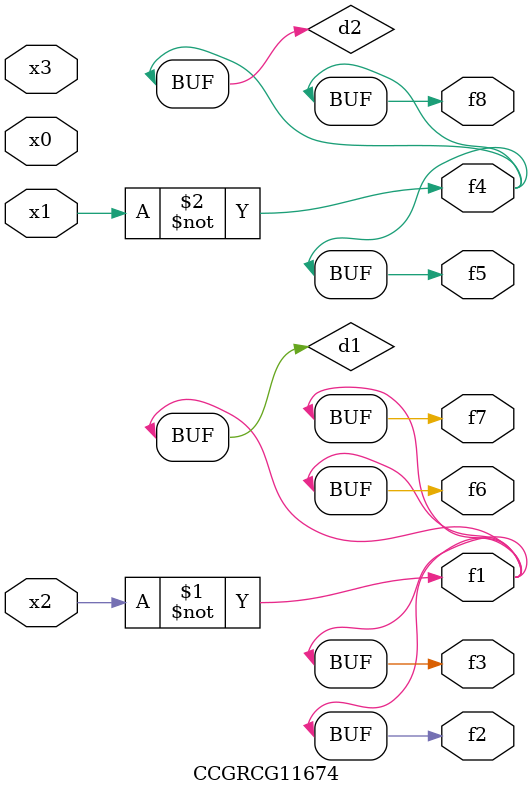
<source format=v>
module CCGRCG11674(
	input x0, x1, x2, x3,
	output f1, f2, f3, f4, f5, f6, f7, f8
);

	wire d1, d2;

	xnor (d1, x2);
	not (d2, x1);
	assign f1 = d1;
	assign f2 = d1;
	assign f3 = d1;
	assign f4 = d2;
	assign f5 = d2;
	assign f6 = d1;
	assign f7 = d1;
	assign f8 = d2;
endmodule

</source>
